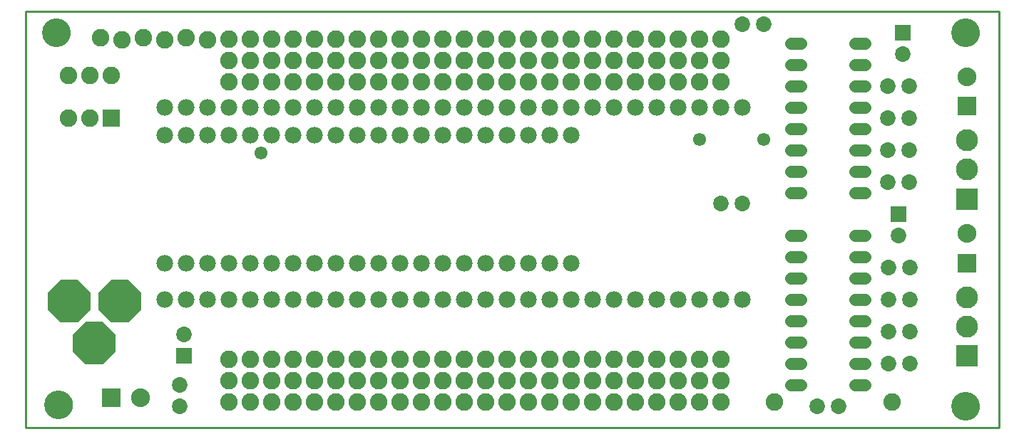
<source format=gbs>
G75*
G70*
%OFA0B0*%
%FSLAX24Y24*%
%IPPOS*%
%LPD*%
%AMOC8*
5,1,8,0,0,1.08239X$1,22.5*
%
%ADD10C,0.0100*%
%ADD11C,0.0000*%
%ADD12C,0.1340*%
%ADD13OC8,0.1980*%
%ADD14C,0.0780*%
%ADD15R,0.0820X0.0820*%
%ADD16C,0.0820*%
%ADD17C,0.0730*%
%ADD18C,0.0560*%
%ADD19R,0.0880X0.0880*%
%ADD20C,0.0880*%
%ADD21R,0.1030X0.1030*%
%ADD22C,0.1030*%
%ADD23R,0.0730X0.0730*%
%ADD24C,0.0611*%
D10*
X001035Y001833D02*
X001035Y021333D01*
X046535Y021333D01*
X046535Y001833D01*
X001035Y001833D01*
D11*
X001961Y002902D02*
X001963Y002952D01*
X001969Y003002D01*
X001979Y003051D01*
X001993Y003099D01*
X002010Y003146D01*
X002031Y003191D01*
X002056Y003235D01*
X002084Y003276D01*
X002116Y003315D01*
X002150Y003352D01*
X002187Y003386D01*
X002227Y003416D01*
X002269Y003443D01*
X002313Y003467D01*
X002359Y003488D01*
X002406Y003504D01*
X002454Y003517D01*
X002504Y003526D01*
X002553Y003531D01*
X002604Y003532D01*
X002654Y003529D01*
X002703Y003522D01*
X002752Y003511D01*
X002800Y003496D01*
X002846Y003478D01*
X002891Y003456D01*
X002934Y003430D01*
X002975Y003401D01*
X003014Y003369D01*
X003050Y003334D01*
X003082Y003296D01*
X003112Y003256D01*
X003139Y003213D01*
X003162Y003169D01*
X003181Y003123D01*
X003197Y003075D01*
X003209Y003026D01*
X003217Y002977D01*
X003221Y002927D01*
X003221Y002877D01*
X003217Y002827D01*
X003209Y002778D01*
X003197Y002729D01*
X003181Y002681D01*
X003162Y002635D01*
X003139Y002591D01*
X003112Y002548D01*
X003082Y002508D01*
X003050Y002470D01*
X003014Y002435D01*
X002975Y002403D01*
X002934Y002374D01*
X002891Y002348D01*
X002846Y002326D01*
X002800Y002308D01*
X002752Y002293D01*
X002703Y002282D01*
X002654Y002275D01*
X002604Y002272D01*
X002553Y002273D01*
X002504Y002278D01*
X002454Y002287D01*
X002406Y002300D01*
X002359Y002316D01*
X002313Y002337D01*
X002269Y002361D01*
X002227Y002388D01*
X002187Y002418D01*
X002150Y002452D01*
X002116Y002489D01*
X002084Y002528D01*
X002056Y002569D01*
X002031Y002613D01*
X002010Y002658D01*
X001993Y002705D01*
X001979Y002753D01*
X001969Y002802D01*
X001963Y002852D01*
X001961Y002902D01*
X001855Y020333D02*
X001857Y020383D01*
X001863Y020433D01*
X001873Y020482D01*
X001887Y020530D01*
X001904Y020577D01*
X001925Y020622D01*
X001950Y020666D01*
X001978Y020707D01*
X002010Y020746D01*
X002044Y020783D01*
X002081Y020817D01*
X002121Y020847D01*
X002163Y020874D01*
X002207Y020898D01*
X002253Y020919D01*
X002300Y020935D01*
X002348Y020948D01*
X002398Y020957D01*
X002447Y020962D01*
X002498Y020963D01*
X002548Y020960D01*
X002597Y020953D01*
X002646Y020942D01*
X002694Y020927D01*
X002740Y020909D01*
X002785Y020887D01*
X002828Y020861D01*
X002869Y020832D01*
X002908Y020800D01*
X002944Y020765D01*
X002976Y020727D01*
X003006Y020687D01*
X003033Y020644D01*
X003056Y020600D01*
X003075Y020554D01*
X003091Y020506D01*
X003103Y020457D01*
X003111Y020408D01*
X003115Y020358D01*
X003115Y020308D01*
X003111Y020258D01*
X003103Y020209D01*
X003091Y020160D01*
X003075Y020112D01*
X003056Y020066D01*
X003033Y020022D01*
X003006Y019979D01*
X002976Y019939D01*
X002944Y019901D01*
X002908Y019866D01*
X002869Y019834D01*
X002828Y019805D01*
X002785Y019779D01*
X002740Y019757D01*
X002694Y019739D01*
X002646Y019724D01*
X002597Y019713D01*
X002548Y019706D01*
X002498Y019703D01*
X002447Y019704D01*
X002398Y019709D01*
X002348Y019718D01*
X002300Y019731D01*
X002253Y019747D01*
X002207Y019768D01*
X002163Y019792D01*
X002121Y019819D01*
X002081Y019849D01*
X002044Y019883D01*
X002010Y019920D01*
X001978Y019959D01*
X001950Y020000D01*
X001925Y020044D01*
X001904Y020089D01*
X001887Y020136D01*
X001873Y020184D01*
X001863Y020233D01*
X001857Y020283D01*
X001855Y020333D01*
X044355Y020333D02*
X044357Y020383D01*
X044363Y020433D01*
X044373Y020482D01*
X044387Y020530D01*
X044404Y020577D01*
X044425Y020622D01*
X044450Y020666D01*
X044478Y020707D01*
X044510Y020746D01*
X044544Y020783D01*
X044581Y020817D01*
X044621Y020847D01*
X044663Y020874D01*
X044707Y020898D01*
X044753Y020919D01*
X044800Y020935D01*
X044848Y020948D01*
X044898Y020957D01*
X044947Y020962D01*
X044998Y020963D01*
X045048Y020960D01*
X045097Y020953D01*
X045146Y020942D01*
X045194Y020927D01*
X045240Y020909D01*
X045285Y020887D01*
X045328Y020861D01*
X045369Y020832D01*
X045408Y020800D01*
X045444Y020765D01*
X045476Y020727D01*
X045506Y020687D01*
X045533Y020644D01*
X045556Y020600D01*
X045575Y020554D01*
X045591Y020506D01*
X045603Y020457D01*
X045611Y020408D01*
X045615Y020358D01*
X045615Y020308D01*
X045611Y020258D01*
X045603Y020209D01*
X045591Y020160D01*
X045575Y020112D01*
X045556Y020066D01*
X045533Y020022D01*
X045506Y019979D01*
X045476Y019939D01*
X045444Y019901D01*
X045408Y019866D01*
X045369Y019834D01*
X045328Y019805D01*
X045285Y019779D01*
X045240Y019757D01*
X045194Y019739D01*
X045146Y019724D01*
X045097Y019713D01*
X045048Y019706D01*
X044998Y019703D01*
X044947Y019704D01*
X044898Y019709D01*
X044848Y019718D01*
X044800Y019731D01*
X044753Y019747D01*
X044707Y019768D01*
X044663Y019792D01*
X044621Y019819D01*
X044581Y019849D01*
X044544Y019883D01*
X044510Y019920D01*
X044478Y019959D01*
X044450Y020000D01*
X044425Y020044D01*
X044404Y020089D01*
X044387Y020136D01*
X044373Y020184D01*
X044363Y020233D01*
X044357Y020283D01*
X044355Y020333D01*
X044355Y002833D02*
X044357Y002883D01*
X044363Y002933D01*
X044373Y002982D01*
X044387Y003030D01*
X044404Y003077D01*
X044425Y003122D01*
X044450Y003166D01*
X044478Y003207D01*
X044510Y003246D01*
X044544Y003283D01*
X044581Y003317D01*
X044621Y003347D01*
X044663Y003374D01*
X044707Y003398D01*
X044753Y003419D01*
X044800Y003435D01*
X044848Y003448D01*
X044898Y003457D01*
X044947Y003462D01*
X044998Y003463D01*
X045048Y003460D01*
X045097Y003453D01*
X045146Y003442D01*
X045194Y003427D01*
X045240Y003409D01*
X045285Y003387D01*
X045328Y003361D01*
X045369Y003332D01*
X045408Y003300D01*
X045444Y003265D01*
X045476Y003227D01*
X045506Y003187D01*
X045533Y003144D01*
X045556Y003100D01*
X045575Y003054D01*
X045591Y003006D01*
X045603Y002957D01*
X045611Y002908D01*
X045615Y002858D01*
X045615Y002808D01*
X045611Y002758D01*
X045603Y002709D01*
X045591Y002660D01*
X045575Y002612D01*
X045556Y002566D01*
X045533Y002522D01*
X045506Y002479D01*
X045476Y002439D01*
X045444Y002401D01*
X045408Y002366D01*
X045369Y002334D01*
X045328Y002305D01*
X045285Y002279D01*
X045240Y002257D01*
X045194Y002239D01*
X045146Y002224D01*
X045097Y002213D01*
X045048Y002206D01*
X044998Y002203D01*
X044947Y002204D01*
X044898Y002209D01*
X044848Y002218D01*
X044800Y002231D01*
X044753Y002247D01*
X044707Y002268D01*
X044663Y002292D01*
X044621Y002319D01*
X044581Y002349D01*
X044544Y002383D01*
X044510Y002420D01*
X044478Y002459D01*
X044450Y002500D01*
X044425Y002544D01*
X044404Y002589D01*
X044387Y002636D01*
X044373Y002684D01*
X044363Y002733D01*
X044357Y002783D01*
X044355Y002833D01*
D12*
X044985Y002833D03*
X044985Y020333D03*
X002485Y020333D03*
X002591Y002902D03*
D13*
X004255Y005783D03*
X003075Y007753D03*
X005435Y007753D03*
D14*
X007535Y007833D03*
X008535Y007833D03*
X009535Y007833D03*
X010535Y007833D03*
X011535Y007833D03*
X012535Y007833D03*
X013535Y007833D03*
X014535Y007833D03*
X015535Y007833D03*
X016535Y007833D03*
X017535Y007833D03*
X018535Y007833D03*
X019535Y007833D03*
X020535Y007833D03*
X021535Y007833D03*
X022535Y007833D03*
X023535Y007833D03*
X024535Y007833D03*
X025535Y007833D03*
X026535Y007833D03*
X027535Y007833D03*
X028535Y007833D03*
X029535Y007833D03*
X030535Y007833D03*
X031535Y007833D03*
X032535Y007833D03*
X033535Y007833D03*
X034535Y007833D03*
X026535Y009533D03*
X025535Y009533D03*
X024535Y009533D03*
X023535Y009533D03*
X022535Y009533D03*
X021535Y009533D03*
X020535Y009533D03*
X019535Y009533D03*
X018535Y009533D03*
X017535Y009533D03*
X016535Y009533D03*
X015535Y009533D03*
X014535Y009533D03*
X013535Y009533D03*
X012535Y009533D03*
X011535Y009533D03*
X010535Y009533D03*
X009535Y009533D03*
X008535Y009533D03*
X007535Y009533D03*
X007535Y015533D03*
X008535Y015533D03*
X009535Y015533D03*
X010535Y015533D03*
X011535Y015533D03*
X012535Y015533D03*
X013535Y015533D03*
X014535Y015533D03*
X015535Y015533D03*
X016535Y015533D03*
X017535Y015533D03*
X018535Y015533D03*
X019535Y015533D03*
X020535Y015533D03*
X021535Y015533D03*
X022535Y015533D03*
X023535Y015533D03*
X024535Y015533D03*
X025535Y015533D03*
X026535Y015533D03*
X026535Y016833D03*
X025535Y016833D03*
X024535Y016833D03*
X023535Y016833D03*
X022535Y016833D03*
X021535Y016833D03*
X020535Y016833D03*
X019535Y016833D03*
X018535Y016833D03*
X017535Y016833D03*
X016535Y016833D03*
X015535Y016833D03*
X014535Y016833D03*
X013535Y016833D03*
X012535Y016833D03*
X011535Y016833D03*
X010535Y016833D03*
X009535Y016833D03*
X008535Y016833D03*
X007535Y016833D03*
X027535Y016833D03*
X028535Y016833D03*
X029535Y016833D03*
X030535Y016833D03*
X031535Y016833D03*
X032535Y016833D03*
X033535Y016833D03*
X034535Y016833D03*
D15*
X005035Y016333D03*
D16*
X004035Y016333D03*
X003035Y016333D03*
X003035Y018333D03*
X004035Y018333D03*
X005035Y018333D03*
X005535Y019983D03*
X004535Y020083D03*
X006535Y020083D03*
X007535Y019983D03*
X008535Y020083D03*
X009535Y019983D03*
X010535Y020033D03*
X011535Y020033D03*
X012535Y020033D03*
X013535Y020033D03*
X014535Y020033D03*
X015535Y020033D03*
X016535Y020033D03*
X017535Y020033D03*
X018535Y020033D03*
X019535Y020033D03*
X020535Y020033D03*
X021535Y020033D03*
X022535Y020033D03*
X023535Y020033D03*
X024535Y020033D03*
X025535Y020033D03*
X026535Y020033D03*
X027535Y020033D03*
X028535Y020033D03*
X029535Y020033D03*
X030535Y020033D03*
X031535Y020033D03*
X032535Y020033D03*
X033535Y020033D03*
X033535Y019033D03*
X032535Y019033D03*
X031535Y019033D03*
X030535Y019033D03*
X029535Y019033D03*
X028535Y019033D03*
X027535Y019033D03*
X026535Y019033D03*
X025535Y019033D03*
X024535Y019033D03*
X023535Y019033D03*
X022535Y019033D03*
X021535Y019033D03*
X020535Y019033D03*
X019535Y019033D03*
X018535Y019033D03*
X017535Y019033D03*
X016535Y019033D03*
X015535Y019033D03*
X014535Y019033D03*
X013535Y019033D03*
X012535Y019033D03*
X011535Y019033D03*
X010535Y019033D03*
X010535Y018033D03*
X011535Y018033D03*
X012535Y018033D03*
X013535Y018033D03*
X014535Y018033D03*
X015535Y018033D03*
X016535Y018033D03*
X017535Y018033D03*
X018535Y018033D03*
X019535Y018033D03*
X020535Y018033D03*
X021535Y018033D03*
X022535Y018033D03*
X023535Y018033D03*
X024535Y018033D03*
X025535Y018033D03*
X026535Y018033D03*
X027535Y018033D03*
X028535Y018033D03*
X029535Y018033D03*
X030535Y018033D03*
X031535Y018033D03*
X032535Y018033D03*
X033535Y018033D03*
X033535Y005033D03*
X032535Y005033D03*
X031535Y005033D03*
X030535Y005033D03*
X029535Y005033D03*
X028535Y005033D03*
X027535Y005033D03*
X026535Y005033D03*
X025535Y005033D03*
X024535Y005033D03*
X023535Y005033D03*
X022535Y005033D03*
X021535Y005033D03*
X020535Y005033D03*
X019535Y005033D03*
X018535Y005033D03*
X017535Y005033D03*
X016535Y005033D03*
X015535Y005033D03*
X014535Y005033D03*
X013535Y005033D03*
X012535Y005033D03*
X011535Y005033D03*
X010535Y005033D03*
X010535Y004033D03*
X011535Y004033D03*
X012535Y004033D03*
X013535Y004033D03*
X014535Y004033D03*
X015535Y004033D03*
X016535Y004033D03*
X017535Y004033D03*
X018535Y004033D03*
X019535Y004033D03*
X020535Y004033D03*
X021535Y004033D03*
X022535Y004033D03*
X023535Y004033D03*
X024535Y004033D03*
X025535Y004033D03*
X026535Y004033D03*
X027535Y004033D03*
X028535Y004033D03*
X029535Y004033D03*
X030535Y004033D03*
X031535Y004033D03*
X032535Y004033D03*
X033535Y004033D03*
X033535Y003033D03*
X032535Y003033D03*
X031535Y003033D03*
X030535Y003033D03*
X029535Y003033D03*
X028535Y003033D03*
X027535Y003033D03*
X026535Y003033D03*
X025535Y003033D03*
X024535Y003033D03*
X023535Y003033D03*
X022535Y003033D03*
X021535Y003033D03*
X020535Y003033D03*
X019535Y003033D03*
X018535Y003033D03*
X017535Y003033D03*
X016535Y003033D03*
X015535Y003033D03*
X014535Y003033D03*
X013535Y003033D03*
X012535Y003033D03*
X011535Y003033D03*
X010535Y003033D03*
X036035Y003033D03*
X041535Y003033D03*
D17*
X039035Y002833D03*
X038035Y002833D03*
X041385Y004833D03*
X042385Y004833D03*
X042385Y006333D03*
X041385Y006333D03*
X041385Y007833D03*
X042385Y007833D03*
X042385Y009333D03*
X041385Y009333D03*
X041835Y010833D03*
X041335Y013333D03*
X042335Y013333D03*
X042335Y014833D03*
X041335Y014833D03*
X041335Y016333D03*
X042335Y016333D03*
X042335Y017833D03*
X041335Y017833D03*
X042035Y019333D03*
X035535Y020733D03*
X034535Y020733D03*
X034535Y012333D03*
X033535Y012333D03*
X008435Y006183D03*
X008235Y003833D03*
X008235Y002833D03*
D18*
X036795Y003833D02*
X037275Y003833D01*
X037275Y004833D02*
X036795Y004833D01*
X036795Y005833D02*
X037275Y005833D01*
X037275Y006833D02*
X036795Y006833D01*
X036795Y007833D02*
X037275Y007833D01*
X037275Y008833D02*
X036795Y008833D01*
X036795Y009833D02*
X037275Y009833D01*
X037275Y010833D02*
X036795Y010833D01*
X039795Y010833D02*
X040275Y010833D01*
X040275Y009833D02*
X039795Y009833D01*
X039795Y008833D02*
X040275Y008833D01*
X040275Y007833D02*
X039795Y007833D01*
X039795Y006833D02*
X040275Y006833D01*
X040275Y005833D02*
X039795Y005833D01*
X039795Y004833D02*
X040275Y004833D01*
X040275Y003833D02*
X039795Y003833D01*
X039795Y012833D02*
X040275Y012833D01*
X040275Y013833D02*
X039795Y013833D01*
X039795Y014833D02*
X040275Y014833D01*
X040275Y015833D02*
X039795Y015833D01*
X039795Y016833D02*
X040275Y016833D01*
X040275Y017833D02*
X039795Y017833D01*
X039795Y018833D02*
X040275Y018833D01*
X040275Y019833D02*
X039795Y019833D01*
X037275Y019833D02*
X036795Y019833D01*
X036795Y018833D02*
X037275Y018833D01*
X037275Y017833D02*
X036795Y017833D01*
X036795Y016833D02*
X037275Y016833D01*
X037275Y015833D02*
X036795Y015833D01*
X036795Y014833D02*
X037275Y014833D01*
X037275Y013833D02*
X036795Y013833D01*
X036795Y012833D02*
X037275Y012833D01*
D19*
X045035Y009533D03*
X045035Y016883D03*
X005035Y003233D03*
D20*
X006413Y003233D03*
X045035Y010911D03*
X045035Y018261D03*
D21*
X045035Y012533D03*
X045035Y005183D03*
D22*
X045035Y006561D03*
X045035Y007939D03*
X045035Y013911D03*
X045035Y015289D03*
D23*
X041835Y011833D03*
X042035Y020333D03*
X008435Y005183D03*
D24*
X012035Y014683D03*
X032535Y015333D03*
X035535Y015333D03*
M02*

</source>
